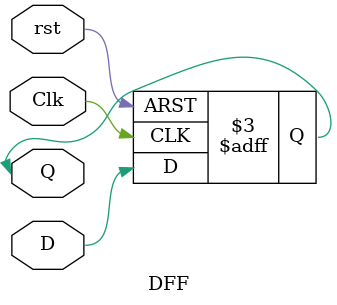
<source format=v>
`timescale 1ns / 1ps

module DFF(inout reg Q, input D, Clk,rst);
    always @(posedge Clk, negedge rst)
    begin
        if(!rst) Q<=1'b0;
        else Q<= D;
    end
endmodule

</source>
